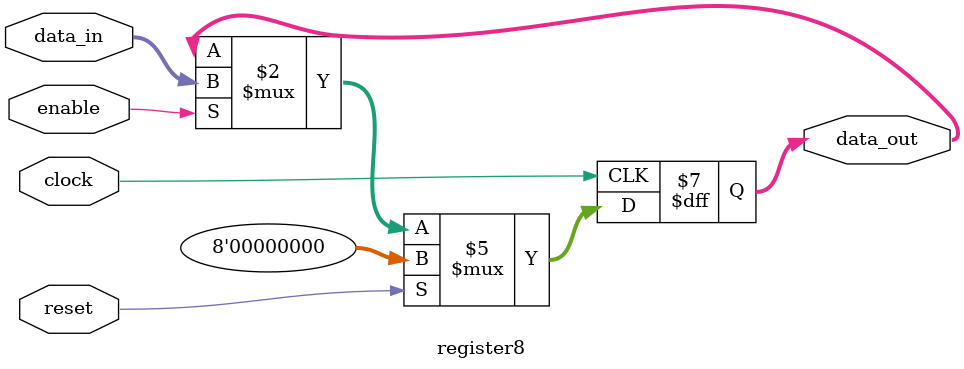
<source format=v>
`timescale 1ns / 1ps

module register8(
    input clock,
    input reset,
    input enable,
    input [7:0] data_in,
    output reg [7:0] data_out
    );

    always @(posedge clock) begin
        if (reset) begin
            data_out <= 8'b0;
        end else if (enable) begin
            data_out <= data_in;
        end
    end

endmodule

</source>
